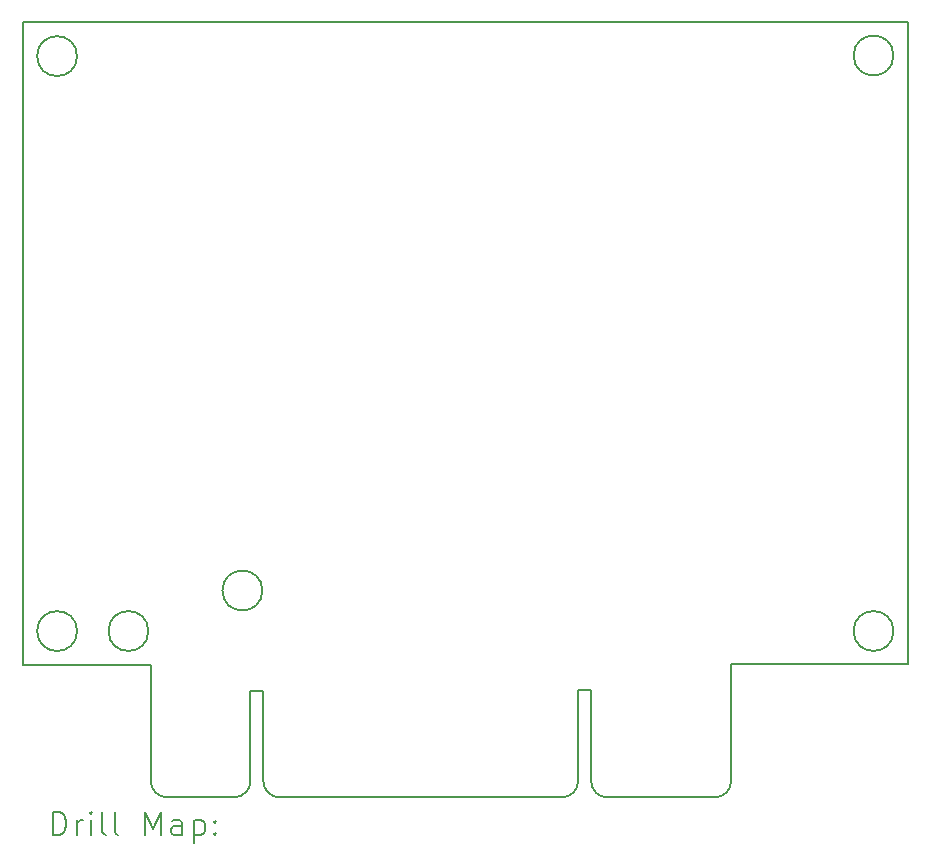
<source format=gbr>
%TF.GenerationSoftware,KiCad,Pcbnew,8.0.4*%
%TF.CreationDate,2024-07-27T17:05:49-04:00*%
%TF.ProjectId,CBM-SD,43424d2d-5344-42e6-9b69-6361645f7063,rev?*%
%TF.SameCoordinates,Original*%
%TF.FileFunction,Drillmap*%
%TF.FilePolarity,Positive*%
%FSLAX45Y45*%
G04 Gerber Fmt 4.5, Leading zero omitted, Abs format (unit mm)*
G04 Created by KiCad (PCBNEW 8.0.4) date 2024-07-27 17:05:49*
%MOMM*%
%LPD*%
G01*
G04 APERTURE LIST*
%ADD10C,0.200660*%
%ADD11C,0.200000*%
G04 APERTURE END LIST*
D10*
X19215100Y-6578600D02*
X19215100Y-11410950D01*
X19215100Y-11410950D02*
X19215100Y-12014200D01*
X12940030Y-13143230D02*
X13505180Y-13143230D01*
X17715230Y-13003530D02*
X17715230Y-12019280D01*
X13892530Y-13143230D02*
X16280130Y-13143230D01*
X16667480Y-13143230D02*
X17575530Y-13143230D01*
X16527780Y-13003530D02*
X16527780Y-12235180D01*
X13644880Y-12241530D02*
X13644880Y-13003530D01*
X13892530Y-13143230D02*
G75*
G02*
X13752830Y-13003530I0J139700D01*
G01*
X16527780Y-12235180D02*
X16419830Y-12235180D01*
X13644880Y-13003530D02*
G75*
G02*
X13505180Y-13143230I-139700J0D01*
G01*
X13644880Y-12241530D02*
X13752830Y-12241530D01*
X16419830Y-12235180D02*
X16419830Y-13003530D01*
X17715230Y-13003530D02*
G75*
G02*
X17575530Y-13143230I-139700J0D01*
G01*
X16419830Y-13003530D02*
G75*
G02*
X16280130Y-13143230I-139700J0D01*
G01*
X13752830Y-13003530D02*
X13752830Y-12241530D01*
X16667480Y-13143230D02*
G75*
G02*
X16527780Y-13003530I0J139700D01*
G01*
X12940030Y-13143230D02*
G75*
G02*
X12800330Y-13003530I0J139700D01*
G01*
X17715230Y-12014200D02*
X17715230Y-12019280D01*
X11722100Y-12023090D02*
X11722100Y-6578600D01*
X19215100Y-6578600D02*
X11722100Y-6578600D01*
X19215100Y-12014200D02*
X18116550Y-12014200D01*
X12176223Y-6867500D02*
G75*
G02*
X11838777Y-6867500I-168723J0D01*
G01*
X11838777Y-6867500D02*
G75*
G02*
X12176223Y-6867500I168723J0D01*
G01*
X12176223Y-11734800D02*
G75*
G02*
X11838777Y-11734800I-168723J0D01*
G01*
X11838777Y-11734800D02*
G75*
G02*
X12176223Y-11734800I168723J0D01*
G01*
X12800330Y-12023090D02*
X11722100Y-12023090D01*
X12779823Y-11734800D02*
G75*
G02*
X12442377Y-11734800I-168723J0D01*
G01*
X12442377Y-11734800D02*
G75*
G02*
X12779823Y-11734800I168723J0D01*
G01*
X13745023Y-11391900D02*
G75*
G02*
X13407577Y-11391900I-168723J0D01*
G01*
X13407577Y-11391900D02*
G75*
G02*
X13745023Y-11391900I168723J0D01*
G01*
X18116550Y-12014200D02*
X17715230Y-12014200D01*
X12800330Y-13003530D02*
X12800330Y-12023090D01*
X19088723Y-6862500D02*
G75*
G02*
X18751277Y-6862500I-168723J0D01*
G01*
X18751277Y-6862500D02*
G75*
G02*
X19088723Y-6862500I168723J0D01*
G01*
X19088723Y-11734800D02*
G75*
G02*
X18751277Y-11734800I-168723J0D01*
G01*
X18751277Y-11734800D02*
G75*
G02*
X19088723Y-11734800I168723J0D01*
G01*
D11*
X11972844Y-13464747D02*
X11972844Y-13264747D01*
X11972844Y-13264747D02*
X12020463Y-13264747D01*
X12020463Y-13264747D02*
X12049034Y-13274271D01*
X12049034Y-13274271D02*
X12068082Y-13293318D01*
X12068082Y-13293318D02*
X12077606Y-13312366D01*
X12077606Y-13312366D02*
X12087129Y-13350461D01*
X12087129Y-13350461D02*
X12087129Y-13379032D01*
X12087129Y-13379032D02*
X12077606Y-13417128D01*
X12077606Y-13417128D02*
X12068082Y-13436175D01*
X12068082Y-13436175D02*
X12049034Y-13455223D01*
X12049034Y-13455223D02*
X12020463Y-13464747D01*
X12020463Y-13464747D02*
X11972844Y-13464747D01*
X12172844Y-13464747D02*
X12172844Y-13331413D01*
X12172844Y-13369509D02*
X12182368Y-13350461D01*
X12182368Y-13350461D02*
X12191891Y-13340937D01*
X12191891Y-13340937D02*
X12210939Y-13331413D01*
X12210939Y-13331413D02*
X12229987Y-13331413D01*
X12296653Y-13464747D02*
X12296653Y-13331413D01*
X12296653Y-13264747D02*
X12287129Y-13274271D01*
X12287129Y-13274271D02*
X12296653Y-13283794D01*
X12296653Y-13283794D02*
X12306177Y-13274271D01*
X12306177Y-13274271D02*
X12296653Y-13264747D01*
X12296653Y-13264747D02*
X12296653Y-13283794D01*
X12420463Y-13464747D02*
X12401415Y-13455223D01*
X12401415Y-13455223D02*
X12391891Y-13436175D01*
X12391891Y-13436175D02*
X12391891Y-13264747D01*
X12525225Y-13464747D02*
X12506177Y-13455223D01*
X12506177Y-13455223D02*
X12496653Y-13436175D01*
X12496653Y-13436175D02*
X12496653Y-13264747D01*
X12753796Y-13464747D02*
X12753796Y-13264747D01*
X12753796Y-13264747D02*
X12820463Y-13407604D01*
X12820463Y-13407604D02*
X12887129Y-13264747D01*
X12887129Y-13264747D02*
X12887129Y-13464747D01*
X13068082Y-13464747D02*
X13068082Y-13359985D01*
X13068082Y-13359985D02*
X13058558Y-13340937D01*
X13058558Y-13340937D02*
X13039510Y-13331413D01*
X13039510Y-13331413D02*
X13001415Y-13331413D01*
X13001415Y-13331413D02*
X12982368Y-13340937D01*
X13068082Y-13455223D02*
X13049034Y-13464747D01*
X13049034Y-13464747D02*
X13001415Y-13464747D01*
X13001415Y-13464747D02*
X12982368Y-13455223D01*
X12982368Y-13455223D02*
X12972844Y-13436175D01*
X12972844Y-13436175D02*
X12972844Y-13417128D01*
X12972844Y-13417128D02*
X12982368Y-13398080D01*
X12982368Y-13398080D02*
X13001415Y-13388556D01*
X13001415Y-13388556D02*
X13049034Y-13388556D01*
X13049034Y-13388556D02*
X13068082Y-13379032D01*
X13163320Y-13331413D02*
X13163320Y-13531413D01*
X13163320Y-13340937D02*
X13182368Y-13331413D01*
X13182368Y-13331413D02*
X13220463Y-13331413D01*
X13220463Y-13331413D02*
X13239510Y-13340937D01*
X13239510Y-13340937D02*
X13249034Y-13350461D01*
X13249034Y-13350461D02*
X13258558Y-13369509D01*
X13258558Y-13369509D02*
X13258558Y-13426651D01*
X13258558Y-13426651D02*
X13249034Y-13445699D01*
X13249034Y-13445699D02*
X13239510Y-13455223D01*
X13239510Y-13455223D02*
X13220463Y-13464747D01*
X13220463Y-13464747D02*
X13182368Y-13464747D01*
X13182368Y-13464747D02*
X13163320Y-13455223D01*
X13344272Y-13445699D02*
X13353796Y-13455223D01*
X13353796Y-13455223D02*
X13344272Y-13464747D01*
X13344272Y-13464747D02*
X13334749Y-13455223D01*
X13334749Y-13455223D02*
X13344272Y-13445699D01*
X13344272Y-13445699D02*
X13344272Y-13464747D01*
X13344272Y-13340937D02*
X13353796Y-13350461D01*
X13353796Y-13350461D02*
X13344272Y-13359985D01*
X13344272Y-13359985D02*
X13334749Y-13350461D01*
X13334749Y-13350461D02*
X13344272Y-13340937D01*
X13344272Y-13340937D02*
X13344272Y-13359985D01*
M02*

</source>
